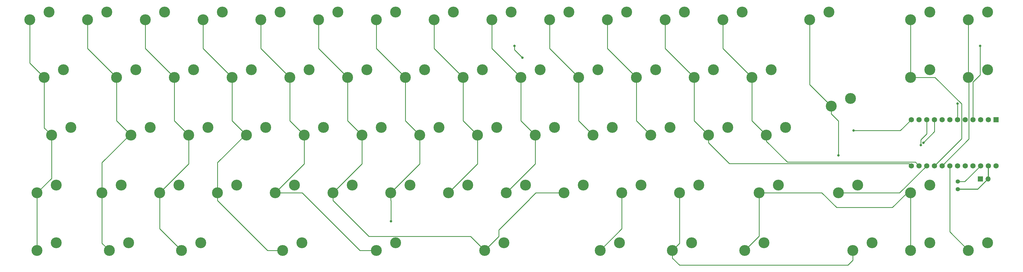
<source format=gbr>
%TF.GenerationSoftware,KiCad,Pcbnew,(6.0.2-0)*%
%TF.CreationDate,2022-03-14T13:24:26+01:00*%
%TF.ProjectId,lasercut,6c617365-7263-4757-942e-6b696361645f,rev?*%
%TF.SameCoordinates,Original*%
%TF.FileFunction,Copper,L1,Top*%
%TF.FilePolarity,Positive*%
%FSLAX46Y46*%
G04 Gerber Fmt 4.6, Leading zero omitted, Abs format (unit mm)*
G04 Created by KiCad (PCBNEW (6.0.2-0)) date 2022-03-14 13:24:26*
%MOMM*%
%LPD*%
G01*
G04 APERTURE LIST*
%TA.AperFunction,ComponentPad*%
%ADD10C,1.400000*%
%TD*%
%TA.AperFunction,ComponentPad*%
%ADD11R,1.700000X1.700000*%
%TD*%
%TA.AperFunction,ComponentPad*%
%ADD12O,1.700000X1.700000*%
%TD*%
%TA.AperFunction,ComponentPad*%
%ADD13C,3.600000*%
%TD*%
%TA.AperFunction,ComponentPad*%
%ADD14C,1.752600*%
%TD*%
%TA.AperFunction,ComponentPad*%
%ADD15R,1.752600X1.752600*%
%TD*%
%TA.AperFunction,ViaPad*%
%ADD16C,0.800000*%
%TD*%
%TA.AperFunction,Conductor*%
%ADD17C,0.350000*%
%TD*%
%TA.AperFunction,Conductor*%
%ADD18C,0.250000*%
%TD*%
G04 APERTURE END LIST*
D10*
%TO.P,RESET,1*%
%TO.N,GND*%
X336800000Y-88000000D03*
%TO.P,RESET,2*%
%TO.N,RST*%
X336800000Y-85460000D03*
%TD*%
D11*
%TO.P,BAT,1*%
%TO.N,BAT*%
X344260000Y-84600000D03*
D12*
%TO.P,BAT,2*%
%TO.N,GND*%
X346800000Y-84600000D03*
%TD*%
D13*
%TO.P,SW11,2*%
%TO.N,N$11*%
X227565000Y-29445000D03*
%TO.P,SW11,1*%
%TO.N,COL1*%
X221215000Y-31985000D03*
%TD*%
%TO.P,SW51,2*%
%TO.N,N$51*%
X137077500Y-86595000D03*
%TO.P,SW51,1*%
%TO.N,COL5*%
X130727500Y-89135000D03*
%TD*%
%TO.P,SW33,2*%
%TO.N,N$33*%
X44208750Y-67545000D03*
%TO.P,SW33,1*%
%TO.N,COL0*%
X37858750Y-70085000D03*
%TD*%
%TO.P,SW19,2*%
%TO.N,N$19*%
X84690000Y-48495000D03*
%TO.P,SW19,1*%
%TO.N,COL2*%
X78340000Y-51035000D03*
%TD*%
%TO.P,SW34,2*%
%TO.N,N$34*%
X70402500Y-67545000D03*
%TO.P,SW34,1*%
%TO.N,COL1*%
X64052500Y-70085000D03*
%TD*%
%TO.P,SW62,2*%
%TO.N,N$62*%
X63258750Y-105645000D03*
%TO.P,SW62,1*%
%TO.N,COL1*%
X56908750Y-108185000D03*
%TD*%
%TO.P,SW7,2*%
%TO.N,N$7*%
X151365000Y-29445000D03*
%TO.P,SW7,1*%
%TO.N,COL6*%
X145015000Y-31985000D03*
%TD*%
%TO.P,SW36,2*%
%TO.N,N$36*%
X108502500Y-67545000D03*
%TO.P,SW36,1*%
%TO.N,COL3*%
X102152500Y-70085000D03*
%TD*%
%TO.P,SW29,2*%
%TO.N,N$29*%
X275190000Y-48495000D03*
%TO.P,SW29,1*%
%TO.N,COL3*%
X268840000Y-51035000D03*
%TD*%
%TO.P,SW39,2*%
%TO.N,N$39*%
X165652500Y-67545000D03*
%TO.P,SW39,1*%
%TO.N,COL6*%
X159302500Y-70085000D03*
%TD*%
%TO.P,SW32,2*%
%TO.N,N$32*%
X346627500Y-48495000D03*
%TO.P,SW32,1*%
%TO.N,COL6*%
X340277500Y-51035000D03*
%TD*%
%TO.P,SW65,2*%
%TO.N,N$65*%
X151365000Y-105645000D03*
%TO.P,SW65,1*%
%TO.N,COL4*%
X145015000Y-108185000D03*
%TD*%
%TO.P,SW52,2*%
%TO.N,N$52*%
X156127500Y-86595000D03*
%TO.P,SW52,1*%
%TO.N,COL6*%
X149777500Y-89135000D03*
%TD*%
%TO.P,SW48,2*%
%TO.N,N$48*%
X79927500Y-86595000D03*
%TO.P,SW48,1*%
%TO.N,COL2*%
X73577500Y-89135000D03*
%TD*%
%TO.P,SW43,2*%
%TO.N,N$43*%
X241852500Y-67545000D03*
%TO.P,SW43,1*%
%TO.N,COL1*%
X235502500Y-70085000D03*
%TD*%
%TO.P,SW71,2*%
%TO.N,N$71*%
X327577500Y-105645000D03*
%TO.P,SW71,1*%
%TO.N,COL8*%
X321227500Y-108185000D03*
%TD*%
%TO.P,SW54,2*%
%TO.N,N$54*%
X194227500Y-86595000D03*
%TO.P,SW54,1*%
%TO.N,COL8*%
X187877500Y-89135000D03*
%TD*%
%TO.P,SW22,2*%
%TO.N,N$22*%
X141840000Y-48495000D03*
%TO.P,SW22,1*%
%TO.N,COL5*%
X135490000Y-51035000D03*
%TD*%
%TO.P,SW44,2*%
%TO.N,N$44*%
X260902500Y-67545000D03*
%TO.P,SW44,1*%
%TO.N,COL2*%
X254552500Y-70085000D03*
%TD*%
%TO.P,SW16,2*%
%TO.N,N$16*%
X346627500Y-29445000D03*
%TO.P,SW16,1*%
%TO.N,COL6*%
X340277500Y-31985000D03*
%TD*%
%TO.P,SW14,2*%
%TO.N,N$14*%
X294240000Y-29445000D03*
%TO.P,SW14,1*%
%TO.N,COL4*%
X287890000Y-31985000D03*
%TD*%
%TO.P,SW5,2*%
%TO.N,N$5*%
X113265000Y-29445000D03*
%TO.P,SW5,1*%
%TO.N,COL4*%
X106915000Y-31985000D03*
%TD*%
%TO.P,SW31,2*%
%TO.N,N$31*%
X327577500Y-48495000D03*
%TO.P,SW31,1*%
%TO.N,COL5*%
X321227500Y-51035000D03*
%TD*%
%TO.P,SW4,2*%
%TO.N,N$4*%
X94215000Y-29445000D03*
%TO.P,SW4,1*%
%TO.N,COL3*%
X87865000Y-31985000D03*
%TD*%
%TO.P,SW40,2*%
%TO.N,N$40*%
X184702500Y-67545000D03*
%TO.P,SW40,1*%
%TO.N,COL7*%
X178352500Y-70085000D03*
%TD*%
%TO.P,SW53,2*%
%TO.N,N$53*%
X175177500Y-86595000D03*
%TO.P,SW53,1*%
%TO.N,COL7*%
X168827500Y-89135000D03*
%TD*%
%TO.P,SW28,2*%
%TO.N,N$28*%
X256140000Y-48495000D03*
%TO.P,SW28,1*%
%TO.N,COL2*%
X249790000Y-51035000D03*
%TD*%
%TO.P,SW35,2*%
%TO.N,N$35*%
X89452500Y-67545000D03*
%TO.P,SW35,1*%
%TO.N,COL2*%
X83102500Y-70085000D03*
%TD*%
%TO.P,SW23,2*%
%TO.N,N$23*%
X160890000Y-48495000D03*
%TO.P,SW23,1*%
%TO.N,COL6*%
X154540000Y-51035000D03*
%TD*%
%TO.P,SW6,2*%
%TO.N,N$6*%
X132315000Y-29445000D03*
%TO.P,SW6,1*%
%TO.N,COL5*%
X125965000Y-31985000D03*
%TD*%
%TO.P,SW66,2*%
%TO.N,N$66*%
X187083750Y-105645000D03*
%TO.P,SW66,1*%
%TO.N,COL5*%
X180733750Y-108185000D03*
%TD*%
%TO.P,SW56,2*%
%TO.N,N$56*%
X232327500Y-86595000D03*
%TO.P,SW56,1*%
%TO.N,COL6*%
X225977500Y-89135000D03*
%TD*%
%TO.P,SW50,2*%
%TO.N,N$50*%
X118027500Y-86595000D03*
%TO.P,SW50,1*%
%TO.N,COL4*%
X111677500Y-89135000D03*
%TD*%
%TO.P,SW46,2*%
%TO.N,N$46*%
X39446250Y-86595000D03*
%TO.P,SW46,1*%
%TO.N,COL0*%
X33096250Y-89135000D03*
%TD*%
%TO.P,SW72,2*%
%TO.N,N$72*%
X346627500Y-105645000D03*
%TO.P,SW72,1*%
%TO.N,COL7*%
X340277500Y-108185000D03*
%TD*%
%TO.P,SW61,2*%
%TO.N,N$61*%
X39446250Y-105645000D03*
%TO.P,SW61,1*%
%TO.N,COL0*%
X33096250Y-108185000D03*
%TD*%
%TO.P,SW30,2*%
%TO.N,N$30*%
X301383750Y-58020000D03*
%TO.P,SW30,1*%
%TO.N,COL4*%
X295033750Y-60560000D03*
%TD*%
%TO.P,SW2,2*%
%TO.N,N$2*%
X56115000Y-29445000D03*
%TO.P,SW2,1*%
%TO.N,COL1*%
X49765000Y-31985000D03*
%TD*%
%TO.P,SW42,2*%
%TO.N,N$42*%
X222802500Y-67545000D03*
%TO.P,SW42,1*%
%TO.N,COL0*%
X216452500Y-70085000D03*
%TD*%
%TO.P,SW47,2*%
%TO.N,N$47*%
X60877500Y-86595000D03*
%TO.P,SW47,1*%
%TO.N,COL1*%
X54527500Y-89135000D03*
%TD*%
%TO.P,SW13,2*%
%TO.N,N$13*%
X265665000Y-29445000D03*
%TO.P,SW13,1*%
%TO.N,COL3*%
X259315000Y-31985000D03*
%TD*%
%TO.P,SW70,2*%
%TO.N,N$70*%
X308527500Y-105645000D03*
%TO.P,SW70,1*%
%TO.N,COL7*%
X302177500Y-108185000D03*
%TD*%
%TO.P,SW45,2*%
%TO.N,N$45*%
X279952500Y-67545000D03*
%TO.P,SW45,1*%
%TO.N,COL3*%
X273602500Y-70085000D03*
%TD*%
%TO.P,SW41,2*%
%TO.N,N$41*%
X203752500Y-67545000D03*
%TO.P,SW41,1*%
%TO.N,COL8*%
X197402500Y-70085000D03*
%TD*%
%TO.P,SW69,2*%
%TO.N,N$69*%
X272808750Y-105645000D03*
%TO.P,SW69,1*%
%TO.N,COL8*%
X266458750Y-108185000D03*
%TD*%
%TO.P,SW17,2*%
%TO.N,N$17*%
X41827500Y-48495000D03*
%TO.P,SW17,1*%
%TO.N,COL0*%
X35477500Y-51035000D03*
%TD*%
%TO.P,SW67,2*%
%TO.N,N$67*%
X225183750Y-105645000D03*
%TO.P,SW67,1*%
%TO.N,COL6*%
X218833750Y-108185000D03*
%TD*%
%TO.P,SW57,2*%
%TO.N,N$57*%
X251377500Y-86595000D03*
%TO.P,SW57,1*%
%TO.N,COL7*%
X245027500Y-89135000D03*
%TD*%
%TO.P,SW68,2*%
%TO.N,N$68*%
X248996250Y-105645000D03*
%TO.P,SW68,1*%
%TO.N,COL7*%
X242646250Y-108185000D03*
%TD*%
%TO.P,SW58,2*%
%TO.N,N$58*%
X277571250Y-86595000D03*
%TO.P,SW58,1*%
%TO.N,COL8*%
X271221250Y-89135000D03*
%TD*%
%TO.P,SW59,2*%
%TO.N,N$59*%
X303765000Y-86595000D03*
%TO.P,SW59,1*%
%TO.N,COL4*%
X297415000Y-89135000D03*
%TD*%
%TO.P,SW38,2*%
%TO.N,N$38*%
X146602500Y-67545000D03*
%TO.P,SW38,1*%
%TO.N,COL5*%
X140252500Y-70085000D03*
%TD*%
%TO.P,SW37,2*%
%TO.N,N$37*%
X127552500Y-67545000D03*
%TO.P,SW37,1*%
%TO.N,COL4*%
X121202500Y-70085000D03*
%TD*%
%TO.P,SW20,2*%
%TO.N,N$20*%
X103740000Y-48495000D03*
%TO.P,SW20,1*%
%TO.N,COL3*%
X97390000Y-51035000D03*
%TD*%
%TO.P,SW9,2*%
%TO.N,N$9*%
X189465000Y-29445000D03*
%TO.P,SW9,1*%
%TO.N,COL8*%
X183115000Y-31985000D03*
%TD*%
%TO.P,SW27,2*%
%TO.N,N$27*%
X237090000Y-48495000D03*
%TO.P,SW27,1*%
%TO.N,COL1*%
X230740000Y-51035000D03*
%TD*%
%TO.P,SW1,2*%
%TO.N,N$1*%
X37065000Y-29445000D03*
%TO.P,SW1,1*%
%TO.N,COL0*%
X30715000Y-31985000D03*
%TD*%
%TO.P,SW26,2*%
%TO.N,N$26*%
X218040000Y-48495000D03*
%TO.P,SW26,1*%
%TO.N,COL0*%
X211690000Y-51035000D03*
%TD*%
%TO.P,SW10,2*%
%TO.N,N$10*%
X208515000Y-29445000D03*
%TO.P,SW10,1*%
%TO.N,COL0*%
X202165000Y-31985000D03*
%TD*%
%TO.P,SW12,2*%
%TO.N,N$12*%
X246615000Y-29445000D03*
%TO.P,SW12,1*%
%TO.N,COL2*%
X240265000Y-31985000D03*
%TD*%
%TO.P,SW21,2*%
%TO.N,N$21*%
X122790000Y-48495000D03*
%TO.P,SW21,1*%
%TO.N,COL4*%
X116440000Y-51035000D03*
%TD*%
%TO.P,SW49,2*%
%TO.N,N$49*%
X98977500Y-86595000D03*
%TO.P,SW49,1*%
%TO.N,COL3*%
X92627500Y-89135000D03*
%TD*%
%TO.P,SW15,2*%
%TO.N,N$15*%
X327577500Y-29445000D03*
%TO.P,SW15,1*%
%TO.N,COL5*%
X321227500Y-31985000D03*
%TD*%
%TO.P,SW63,2*%
%TO.N,N$63*%
X87071250Y-105645000D03*
%TO.P,SW63,1*%
%TO.N,COL2*%
X80721250Y-108185000D03*
%TD*%
%TO.P,SW8,2*%
%TO.N,N$8*%
X170415000Y-29445000D03*
%TO.P,SW8,1*%
%TO.N,COL7*%
X164065000Y-31985000D03*
%TD*%
%TO.P,SW60,2*%
%TO.N,N$60*%
X327577500Y-86595000D03*
%TO.P,SW60,1*%
%TO.N,COL8*%
X321227500Y-89135000D03*
%TD*%
%TO.P,SW24,2*%
%TO.N,N$24*%
X179940000Y-48495000D03*
%TO.P,SW24,1*%
%TO.N,COL7*%
X173590000Y-51035000D03*
%TD*%
%TO.P,SW55,2*%
%TO.N,N$55*%
X213277500Y-86595000D03*
%TO.P,SW55,1*%
%TO.N,COL5*%
X206927500Y-89135000D03*
%TD*%
D14*
%TO.P,U,24*%
%TO.N,BAT*%
X349370000Y-80220000D03*
%TO.P,U,23*%
%TO.N,GND*%
X346830000Y-80220000D03*
%TO.P,U,22*%
%TO.N,RST*%
X344290000Y-80220000D03*
%TO.P,U,21*%
%TO.N,N/C*%
X341750000Y-80220000D03*
%TO.P,U,20*%
X339210000Y-80220000D03*
%TO.P,U,19*%
%TO.N,COL8*%
X336670000Y-80220000D03*
%TO.P,U,18*%
%TO.N,COL7*%
X334130000Y-80220000D03*
%TO.P,U,17*%
%TO.N,COL6*%
X331590000Y-80220000D03*
%TO.P,U,16*%
%TO.N,COL5*%
X329050000Y-80220000D03*
%TO.P,U,15*%
%TO.N,COL4*%
X326510000Y-80220000D03*
%TO.P,U,14*%
%TO.N,COL3*%
X323970000Y-80220000D03*
%TO.P,U,13*%
%TO.N,COL2*%
X321430000Y-80220000D03*
%TO.P,U,12*%
%TO.N,COL1*%
X321430000Y-64980000D03*
%TO.P,U,11*%
%TO.N,COL0*%
X323970000Y-64980000D03*
%TO.P,U,10*%
%TO.N,ROW4*%
X326510000Y-64980000D03*
%TO.P,U,9*%
%TO.N,ROW3*%
X329050000Y-64980000D03*
%TO.P,U,8*%
%TO.N,ROW2*%
X331590000Y-64980000D03*
%TO.P,U,7*%
%TO.N,ROW7*%
X334130000Y-64980000D03*
%TO.P,U,6*%
%TO.N,ROW6*%
X336670000Y-64980000D03*
%TO.P,U,5*%
%TO.N,ROW1*%
X339210000Y-64980000D03*
%TO.P,U,4*%
%TO.N,ROW5*%
X341750000Y-64980000D03*
%TO.P,U,3*%
%TO.N,N/C*%
X344290000Y-64980000D03*
%TO.P,U,2*%
X346830000Y-64980000D03*
D15*
%TO.P,U,1*%
%TO.N,ROW0*%
X349370000Y-64980000D03*
%TD*%
D13*
%TO.P,SW64,2*%
%TO.N,N$64*%
X120408750Y-105645000D03*
%TO.P,SW64,1*%
%TO.N,COL3*%
X114058750Y-108185000D03*
%TD*%
%TO.P,SW25,2*%
%TO.N,N$25*%
X198990000Y-48495000D03*
%TO.P,SW25,1*%
%TO.N,COL8*%
X192640000Y-51035000D03*
%TD*%
%TO.P,SW18,2*%
%TO.N,N$18*%
X65640000Y-48495000D03*
%TO.P,SW18,1*%
%TO.N,COL1*%
X59290000Y-51035000D03*
%TD*%
%TO.P,SW3,2*%
%TO.N,N$3*%
X75165000Y-29445000D03*
%TO.P,SW3,1*%
%TO.N,COL2*%
X68815000Y-31985000D03*
%TD*%
D16*
%TO.N,COL4*%
X297400000Y-76800000D03*
%TO.N,COL6*%
X149800000Y-98529500D03*
%TO.N,COL1*%
X302387709Y-68587709D03*
%TO.N,ROW0*%
X190545000Y-40655000D03*
X193200000Y-44574020D03*
%TO.N,ROW5*%
X344145000Y-40655000D03*
%TO.N,ROW6*%
X336700000Y-59700000D03*
%TO.N,ROW3*%
X325400000Y-72600000D03*
%TO.N,ROW4*%
X324600000Y-73400000D03*
%TD*%
D17*
%TO.N,GND*%
X343400000Y-88000000D02*
X336800000Y-88000000D01*
D18*
%TO.N,RST*%
X339050000Y-85460000D02*
X336800000Y-85460000D01*
%TO.N,ROW6*%
X336700000Y-59700000D02*
X336670000Y-59730000D01*
X336670000Y-59730000D02*
X336670000Y-64980000D01*
D17*
%TO.N,GND*%
X346800000Y-84600000D02*
X343400000Y-88000000D01*
D18*
%TO.N,RST*%
X344290000Y-80220000D02*
X339050000Y-85460000D01*
D17*
%TO.N,GND*%
X346830000Y-80220000D02*
X346830000Y-84570000D01*
X346830000Y-84570000D02*
X346800000Y-84600000D01*
D18*
%TO.N,COL5*%
X185398261Y-103520489D02*
X185398261Y-101401739D01*
X195567979Y-91232021D02*
X195567979Y-91178141D01*
%TO.N,COL3*%
X102152500Y-70085000D02*
X101726120Y-70085000D01*
X273602500Y-72102370D02*
X273602500Y-70085000D01*
%TO.N,COL8*%
X320065000Y-89135000D02*
X321227500Y-89135000D01*
%TO.N,COL6*%
X340277500Y-51035000D02*
X340410811Y-51168311D01*
X149800000Y-91703084D02*
X149777500Y-91680584D01*
%TO.N,COL1*%
X64052500Y-70085000D02*
X63626120Y-70085000D01*
%TO.N,COL5*%
X185398261Y-103520489D02*
X185398261Y-101401739D01*
X195567979Y-91232021D02*
X195567979Y-91178141D01*
%TO.N,COL3*%
X102152500Y-70085000D02*
X101726120Y-70085000D01*
X273602500Y-72102370D02*
X273602500Y-70085000D01*
%TO.N,COL8*%
X320065000Y-89135000D02*
X321227500Y-89135000D01*
%TO.N,COL6*%
X340277500Y-51035000D02*
X340410811Y-51168311D01*
X149800000Y-91703084D02*
X149777500Y-91680584D01*
%TO.N,COL1*%
X64052500Y-70085000D02*
X63626120Y-70085000D01*
%TO.N,COL4*%
X121202500Y-70085000D02*
X121202500Y-79610000D01*
X297415000Y-89135000D02*
X317595000Y-89135000D01*
X106915000Y-31985000D02*
X106915000Y-41510000D01*
X139585000Y-108185000D02*
X145015000Y-108185000D01*
X121202500Y-79610000D02*
X111677500Y-89135000D01*
X295033750Y-63058364D02*
X295033750Y-60560000D01*
X287890000Y-53416250D02*
X295033750Y-60560000D01*
X317595000Y-89135000D02*
X326510000Y-80220000D01*
X297400000Y-65424614D02*
X295033750Y-63058364D01*
X297400000Y-76800000D02*
X297400000Y-65424614D01*
X116440000Y-51035000D02*
X116440000Y-65322500D01*
X287890000Y-31985000D02*
X287890000Y-53416250D01*
X106915000Y-41510000D02*
X116440000Y-51035000D01*
X116440000Y-65322500D02*
X121202500Y-70085000D01*
X111677500Y-89135000D02*
X120535000Y-89135000D01*
X120535000Y-89135000D02*
X139585000Y-108185000D01*
%TO.N,COL5*%
X321227500Y-51035000D02*
X329273880Y-51035000D01*
X195567979Y-91178141D02*
X197611120Y-89135000D01*
X125965000Y-41510000D02*
X135490000Y-51035000D01*
X338009189Y-59770309D02*
X338009189Y-71260811D01*
X130727500Y-91680584D02*
X142567405Y-103520489D01*
X135490000Y-65322500D02*
X139934642Y-69767142D01*
X180733750Y-108185000D02*
X185398261Y-103520489D01*
X140252500Y-79610000D02*
X130727500Y-89135000D01*
X185398261Y-101401739D02*
X195567979Y-91232021D01*
X135490000Y-51035000D02*
X135490000Y-65322500D01*
X321227500Y-31985000D02*
X321227500Y-51035000D01*
X142567405Y-103520489D02*
X176069239Y-103520489D01*
X125965000Y-31985000D02*
X125965000Y-41510000D01*
X329273880Y-51035000D02*
X338009189Y-59770309D01*
X176069239Y-103520489D02*
X180733750Y-108185000D01*
X338009189Y-71260811D02*
X329050000Y-80220000D01*
X140252500Y-70085000D02*
X140252500Y-79610000D01*
X130727500Y-89135000D02*
X130727500Y-91680584D01*
X197611120Y-89135000D02*
X206927500Y-89135000D01*
%TO.N,COL3*%
X268840000Y-65322500D02*
X273602500Y-70085000D01*
X323970000Y-80220000D02*
X322769189Y-79019189D01*
X259315000Y-31985000D02*
X259315000Y-41510000D01*
X109131916Y-108185000D02*
X114058750Y-108185000D01*
X87865000Y-31985000D02*
X87865000Y-41510000D01*
X97390000Y-65322500D02*
X102152500Y-70085000D01*
X101726120Y-70085000D02*
X92627500Y-79183620D01*
X259315000Y-41510000D02*
X268840000Y-51035000D01*
X87865000Y-41510000D02*
X97390000Y-51035000D01*
X92627500Y-91680584D02*
X109131916Y-108185000D01*
X322769189Y-79019189D02*
X280519319Y-79019189D01*
X280519319Y-79019189D02*
X273602500Y-72102370D01*
X92627500Y-79183620D02*
X92627500Y-89135000D01*
X268840000Y-51035000D02*
X268840000Y-65322500D01*
X97390000Y-51035000D02*
X97390000Y-65322500D01*
X92627500Y-89135000D02*
X92627500Y-91680584D01*
%TO.N,COL0*%
X211690000Y-65322500D02*
X216452500Y-70085000D01*
X202165000Y-41510000D02*
X211690000Y-51035000D01*
X33096250Y-89135000D02*
X33096250Y-108185000D01*
X35477500Y-51035000D02*
X35477500Y-67703750D01*
X37858750Y-70085000D02*
X37858750Y-84372500D01*
X30715000Y-46272500D02*
X35477500Y-51035000D01*
X35477500Y-67703750D02*
X37858750Y-70085000D01*
X30715000Y-31985000D02*
X30715000Y-46272500D01*
X37858750Y-84372500D02*
X33096250Y-89135000D01*
X211690000Y-51035000D02*
X211690000Y-65322500D01*
X202165000Y-31985000D02*
X202165000Y-41510000D01*
%TO.N,COL8*%
X296773141Y-93999521D02*
X315200479Y-93999521D01*
X192640000Y-65322500D02*
X197402500Y-70085000D01*
X183115000Y-41510000D02*
X192640000Y-51035000D01*
X197402500Y-79610000D02*
X187877500Y-89135000D01*
X271221250Y-103422500D02*
X266458750Y-108185000D01*
X183115000Y-31985000D02*
X183115000Y-41510000D01*
X192640000Y-51035000D02*
X192640000Y-65322500D01*
X271221250Y-89135000D02*
X291908620Y-89135000D01*
X321227500Y-89135000D02*
X321227500Y-108185000D01*
X197402500Y-70085000D02*
X197402500Y-79610000D01*
X315200479Y-93999521D02*
X320065000Y-89135000D01*
X271221250Y-89135000D02*
X271221250Y-103422500D01*
X291908620Y-89135000D02*
X296773141Y-93999521D01*
%TO.N,COL7*%
X300550479Y-113049521D02*
X302177500Y-111422500D01*
X173590000Y-65322500D02*
X178352500Y-70085000D01*
X242646250Y-108185000D02*
X242646250Y-110730584D01*
X173590000Y-51035000D02*
X173590000Y-65322500D01*
X242646250Y-110730584D02*
X244965187Y-113049521D01*
X178352500Y-79610000D02*
X168827500Y-89135000D01*
X334130000Y-80220000D02*
X334130000Y-102037500D01*
X164065000Y-31985000D02*
X164065000Y-41510000D01*
X245027500Y-105803750D02*
X242646250Y-108185000D01*
X178352500Y-70085000D02*
X178352500Y-79610000D01*
X244965187Y-113049521D02*
X300550479Y-113049521D01*
X334130000Y-102037500D02*
X340277500Y-108185000D01*
X164065000Y-41510000D02*
X173590000Y-51035000D01*
X245027500Y-89135000D02*
X245027500Y-105803750D01*
X302177500Y-111422500D02*
X302177500Y-108185000D01*
%TO.N,COL6*%
X340277500Y-31985000D02*
X340277500Y-51035000D01*
X154540000Y-65322500D02*
X159302500Y-70085000D01*
X159302500Y-70085000D02*
X159302500Y-79610000D01*
X225977500Y-89135000D02*
X225977500Y-101041250D01*
X159302500Y-79610000D02*
X149777500Y-89135000D01*
X340410811Y-51168311D02*
X340410811Y-71399189D01*
X145015000Y-41510000D02*
X154540000Y-51035000D01*
X154540000Y-51035000D02*
X154540000Y-65322500D01*
X225977500Y-101041250D02*
X218833750Y-108185000D01*
X149777500Y-91680584D02*
X149777500Y-89135000D01*
X149800000Y-98529500D02*
X149800000Y-91703084D01*
X340410811Y-71399189D02*
X331590000Y-80220000D01*
X145015000Y-31985000D02*
X145015000Y-41510000D01*
%TO.N,COL1*%
X317810000Y-68600000D02*
X321430000Y-64980000D01*
X59290000Y-51035000D02*
X59290000Y-65322500D01*
X221215000Y-31985000D02*
X221215000Y-41510000D01*
X54527500Y-89135000D02*
X54527500Y-105803750D01*
X63626120Y-70085000D02*
X54527500Y-79183620D01*
X230740000Y-51035000D02*
X230740000Y-65322500D01*
X302400000Y-68600000D02*
X317810000Y-68600000D01*
X230740000Y-65322500D02*
X235502500Y-70085000D01*
X54527500Y-79183620D02*
X54527500Y-89135000D01*
X221215000Y-41510000D02*
X230740000Y-51035000D01*
X54527500Y-105803750D02*
X56908750Y-108185000D01*
X59290000Y-65322500D02*
X64052500Y-70085000D01*
X49765000Y-41510000D02*
X59290000Y-51035000D01*
X49765000Y-31985000D02*
X49765000Y-41510000D01*
X302387709Y-68587709D02*
X302400000Y-68600000D01*
%TO.N,COL2*%
X83102500Y-79610000D02*
X73577500Y-89135000D01*
X254552500Y-70085000D02*
X249790000Y-65322500D01*
X68815000Y-41510000D02*
X78340000Y-51035000D01*
X240265000Y-31985000D02*
X240265000Y-41510000D01*
X78340000Y-65322500D02*
X83102500Y-70085000D01*
X254552500Y-72630584D02*
X254552500Y-70085000D01*
X261390625Y-79468709D02*
X254552500Y-72630584D01*
X68815000Y-31985000D02*
X68815000Y-41510000D01*
X240265000Y-41510000D02*
X249790000Y-51035000D01*
X320678709Y-79468709D02*
X261390625Y-79468709D01*
X73577500Y-89135000D02*
X73577500Y-101041250D01*
X73577500Y-101041250D02*
X80721250Y-108185000D01*
X83102500Y-70085000D02*
X83102500Y-79610000D01*
X249790000Y-65322500D02*
X249790000Y-51035000D01*
X78340000Y-51035000D02*
X78340000Y-65322500D01*
X321430000Y-80220000D02*
X320678709Y-79468709D01*
%TO.N,ROW0*%
X190545000Y-41945000D02*
X190545000Y-40655000D01*
X193200000Y-44574020D02*
X193174020Y-44574020D01*
X193174020Y-44574020D02*
X190545000Y-41945000D01*
%TO.N,ROW5*%
X344145000Y-40655000D02*
X344145000Y-50172013D01*
X344145000Y-50172013D02*
X341750000Y-52567013D01*
X341750000Y-52567013D02*
X341750000Y-64980000D01*
%TO.N,ROW3*%
X325400000Y-72600000D02*
X329050000Y-68950000D01*
X329050000Y-68950000D02*
X329050000Y-64980000D01*
%TO.N,ROW4*%
X324600000Y-73400000D02*
X324600000Y-71600000D01*
X326510000Y-69690000D02*
X326510000Y-64980000D01*
X324600000Y-71600000D02*
X326510000Y-69690000D01*
%TD*%
M02*

</source>
